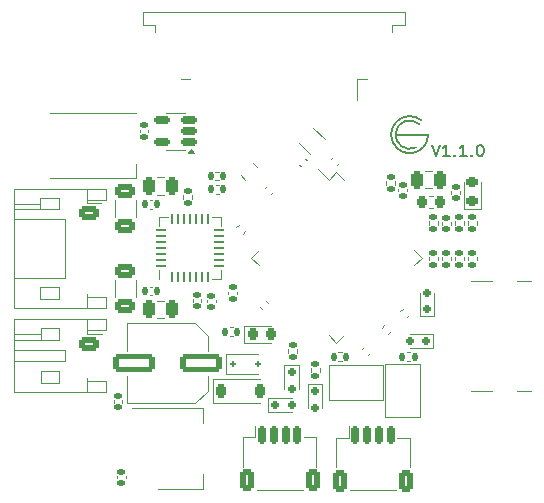
<source format=gbr>
%TF.GenerationSoftware,KiCad,Pcbnew,8.0.3*%
%TF.CreationDate,2024-10-19T15:47:34-04:00*%
%TF.ProjectId,Axis_Basic,41786973-5f42-4617-9369-632e6b696361,rev?*%
%TF.SameCoordinates,Original*%
%TF.FileFunction,Legend,Top*%
%TF.FilePolarity,Positive*%
%FSLAX46Y46*%
G04 Gerber Fmt 4.6, Leading zero omitted, Abs format (unit mm)*
G04 Created by KiCad (PCBNEW 8.0.3) date 2024-10-19 15:47:34*
%MOMM*%
%LPD*%
G01*
G04 APERTURE LIST*
G04 Aperture macros list*
%AMRoundRect*
0 Rectangle with rounded corners*
0 $1 Rounding radius*
0 $2 $3 $4 $5 $6 $7 $8 $9 X,Y pos of 4 corners*
0 Add a 4 corners polygon primitive as box body*
4,1,4,$2,$3,$4,$5,$6,$7,$8,$9,$2,$3,0*
0 Add four circle primitives for the rounded corners*
1,1,$1+$1,$2,$3*
1,1,$1+$1,$4,$5*
1,1,$1+$1,$6,$7*
1,1,$1+$1,$8,$9*
0 Add four rect primitives between the rounded corners*
20,1,$1+$1,$2,$3,$4,$5,0*
20,1,$1+$1,$4,$5,$6,$7,0*
20,1,$1+$1,$6,$7,$8,$9,0*
20,1,$1+$1,$8,$9,$2,$3,0*%
%AMRotRect*
0 Rectangle, with rotation*
0 The origin of the aperture is its center*
0 $1 length*
0 $2 width*
0 $3 Rotation angle, in degrees counterclockwise*
0 Add horizontal line*
21,1,$1,$2,0,0,$3*%
G04 Aperture macros list end*
%ADD10C,0.150000*%
%ADD11C,0.120000*%
%ADD12C,0.100000*%
%ADD13RoundRect,0.140000X-0.021213X0.219203X-0.219203X0.021213X0.021213X-0.219203X0.219203X-0.021213X0*%
%ADD14RoundRect,0.135000X-0.185000X0.135000X-0.185000X-0.135000X0.185000X-0.135000X0.185000X0.135000X0*%
%ADD15RoundRect,0.250000X-0.625000X0.350000X-0.625000X-0.350000X0.625000X-0.350000X0.625000X0.350000X0*%
%ADD16O,1.750000X1.200000*%
%ADD17RoundRect,0.140000X0.170000X-0.140000X0.170000X0.140000X-0.170000X0.140000X-0.170000X-0.140000X0*%
%ADD18RoundRect,0.150000X-0.150000X-0.625000X0.150000X-0.625000X0.150000X0.625000X-0.150000X0.625000X0*%
%ADD19RoundRect,0.250000X-0.350000X-0.650000X0.350000X-0.650000X0.350000X0.650000X-0.350000X0.650000X0*%
%ADD20RoundRect,0.150000X0.200000X-0.150000X0.200000X0.150000X-0.200000X0.150000X-0.200000X-0.150000X0*%
%ADD21RoundRect,0.135000X0.185000X-0.135000X0.185000X0.135000X-0.185000X0.135000X-0.185000X-0.135000X0*%
%ADD22R,0.750000X0.700000*%
%ADD23C,5.500000*%
%ADD24RoundRect,0.250000X0.625000X-0.312500X0.625000X0.312500X-0.625000X0.312500X-0.625000X-0.312500X0*%
%ADD25RoundRect,0.250000X0.250000X0.475000X-0.250000X0.475000X-0.250000X-0.475000X0.250000X-0.475000X0*%
%ADD26RoundRect,0.062500X0.062500X-0.337500X0.062500X0.337500X-0.062500X0.337500X-0.062500X-0.337500X0*%
%ADD27RoundRect,0.062500X0.337500X-0.062500X0.337500X0.062500X-0.337500X0.062500X-0.337500X-0.062500X0*%
%ADD28R,3.350000X3.350000*%
%ADD29R,0.610000X2.000000*%
%ADD30R,2.680000X3.600000*%
%ADD31RoundRect,0.140000X-0.170000X0.140000X-0.170000X-0.140000X0.170000X-0.140000X0.170000X0.140000X0*%
%ADD32RoundRect,0.150000X0.512500X0.150000X-0.512500X0.150000X-0.512500X-0.150000X0.512500X-0.150000X0*%
%ADD33RoundRect,0.135000X0.135000X0.185000X-0.135000X0.185000X-0.135000X-0.185000X0.135000X-0.185000X0*%
%ADD34RoundRect,0.140000X0.140000X0.170000X-0.140000X0.170000X-0.140000X-0.170000X0.140000X-0.170000X0*%
%ADD35RoundRect,0.218750X-0.218750X-0.256250X0.218750X-0.256250X0.218750X0.256250X-0.218750X0.256250X0*%
%ADD36R,2.000000X1.500000*%
%ADD37R,2.000000X3.800000*%
%ADD38RoundRect,0.135000X0.035355X-0.226274X0.226274X-0.035355X-0.035355X0.226274X-0.226274X0.035355X0*%
%ADD39RoundRect,0.250000X-0.250000X-0.475000X0.250000X-0.475000X0.250000X0.475000X-0.250000X0.475000X0*%
%ADD40RoundRect,0.150000X-0.150000X-0.200000X0.150000X-0.200000X0.150000X0.200000X-0.150000X0.200000X0*%
%ADD41RoundRect,0.250000X1.500000X0.550000X-1.500000X0.550000X-1.500000X-0.550000X1.500000X-0.550000X0*%
%ADD42RoundRect,0.225000X-0.225000X-0.375000X0.225000X-0.375000X0.225000X0.375000X-0.225000X0.375000X0*%
%ADD43RoundRect,0.140000X-0.219203X-0.021213X-0.021213X-0.219203X0.219203X0.021213X0.021213X0.219203X0*%
%ADD44RoundRect,0.218750X0.256250X-0.218750X0.256250X0.218750X-0.256250X0.218750X-0.256250X-0.218750X0*%
%ADD45R,0.700000X0.750000*%
%ADD46RoundRect,0.135000X-0.135000X-0.185000X0.135000X-0.185000X0.135000X0.185000X-0.135000X0.185000X0*%
%ADD47RoundRect,0.075000X-0.521491X0.415425X0.415425X-0.521491X0.521491X-0.415425X-0.415425X0.521491X0*%
%ADD48RoundRect,0.075000X-0.521491X-0.415425X-0.415425X-0.521491X0.521491X0.415425X0.415425X0.521491X0*%
%ADD49RoundRect,0.250000X0.512652X0.159099X0.159099X0.512652X-0.512652X-0.159099X-0.159099X-0.512652X0*%
%ADD50RoundRect,0.140000X0.021213X-0.219203X0.219203X-0.021213X-0.021213X0.219203X-0.219203X0.021213X0*%
%ADD51RoundRect,0.125000X-0.125000X-0.125000X0.125000X-0.125000X0.125000X0.125000X-0.125000X0.125000X0*%
%ADD52R,1.500000X0.900000*%
%ADD53RoundRect,0.135000X-0.035355X0.226274X-0.226274X0.035355X0.035355X-0.226274X0.226274X-0.035355X0*%
%ADD54C,0.650000*%
%ADD55R,1.150000X0.600000*%
%ADD56R,1.150000X0.300000*%
%ADD57O,2.100000X1.000000*%
%ADD58O,1.800000X1.000000*%
%ADD59RoundRect,0.150000X0.150000X0.200000X-0.150000X0.200000X-0.150000X-0.200000X0.150000X-0.200000X0*%
%ADD60RoundRect,0.250000X-0.625000X0.312500X-0.625000X-0.312500X0.625000X-0.312500X0.625000X0.312500X0*%
%ADD61RotRect,1.000000X1.800000X315.000000*%
%ADD62RoundRect,0.150000X-0.200000X0.150000X-0.200000X-0.150000X0.200000X-0.150000X0.200000X0.150000X0*%
G04 APERTURE END LIST*
D10*
X163162024Y-89600048D02*
X160399975Y-89600048D01*
X162138490Y-90677081D02*
G75*
G02*
X162400031Y-88699986I-538490J1077081D01*
G01*
X163162024Y-89600048D02*
G75*
G02*
X162599992Y-88400027I-1562024J48D01*
G01*
X163479322Y-90432419D02*
X163812655Y-91432419D01*
X163812655Y-91432419D02*
X164145988Y-90432419D01*
X165003131Y-91432419D02*
X164431703Y-91432419D01*
X164717417Y-91432419D02*
X164717417Y-90432419D01*
X164717417Y-90432419D02*
X164622179Y-90575276D01*
X164622179Y-90575276D02*
X164526941Y-90670514D01*
X164526941Y-90670514D02*
X164431703Y-90718133D01*
X165431703Y-91337180D02*
X165479322Y-91384800D01*
X165479322Y-91384800D02*
X165431703Y-91432419D01*
X165431703Y-91432419D02*
X165384084Y-91384800D01*
X165384084Y-91384800D02*
X165431703Y-91337180D01*
X165431703Y-91337180D02*
X165431703Y-91432419D01*
X166431702Y-91432419D02*
X165860274Y-91432419D01*
X166145988Y-91432419D02*
X166145988Y-90432419D01*
X166145988Y-90432419D02*
X166050750Y-90575276D01*
X166050750Y-90575276D02*
X165955512Y-90670514D01*
X165955512Y-90670514D02*
X165860274Y-90718133D01*
X166860274Y-91337180D02*
X166907893Y-91384800D01*
X166907893Y-91384800D02*
X166860274Y-91432419D01*
X166860274Y-91432419D02*
X166812655Y-91384800D01*
X166812655Y-91384800D02*
X166860274Y-91337180D01*
X166860274Y-91337180D02*
X166860274Y-91432419D01*
X167526940Y-90432419D02*
X167622178Y-90432419D01*
X167622178Y-90432419D02*
X167717416Y-90480038D01*
X167717416Y-90480038D02*
X167765035Y-90527657D01*
X167765035Y-90527657D02*
X167812654Y-90622895D01*
X167812654Y-90622895D02*
X167860273Y-90813371D01*
X167860273Y-90813371D02*
X167860273Y-91051466D01*
X167860273Y-91051466D02*
X167812654Y-91241942D01*
X167812654Y-91241942D02*
X167765035Y-91337180D01*
X167765035Y-91337180D02*
X167717416Y-91384800D01*
X167717416Y-91384800D02*
X167622178Y-91432419D01*
X167622178Y-91432419D02*
X167526940Y-91432419D01*
X167526940Y-91432419D02*
X167431702Y-91384800D01*
X167431702Y-91384800D02*
X167384083Y-91337180D01*
X167384083Y-91337180D02*
X167336464Y-91241942D01*
X167336464Y-91241942D02*
X167288845Y-91051466D01*
X167288845Y-91051466D02*
X167288845Y-90813371D01*
X167288845Y-90813371D02*
X167336464Y-90622895D01*
X167336464Y-90622895D02*
X167384083Y-90527657D01*
X167384083Y-90527657D02*
X167431702Y-90480038D01*
X167431702Y-90480038D02*
X167526940Y-90432419D01*
D11*
%TO.C,C8*%
X157721693Y-107569190D02*
X157569190Y-107721693D01*
X158230810Y-108078307D02*
X158078307Y-108230810D01*
%TO.C,R11*%
X151320000Y-107746359D02*
X151320000Y-108053641D01*
X152080000Y-107746359D02*
X152080000Y-108053641D01*
%TO.C,R7*%
X166520000Y-99946359D02*
X166520000Y-100253641D01*
X167280000Y-99946359D02*
X167280000Y-100253641D01*
%TO.C,J5*%
X128090000Y-105240000D02*
X128090000Y-111360000D01*
X128090000Y-107800000D02*
X132450000Y-107800000D01*
X128090000Y-111360000D02*
X135910000Y-111360000D01*
X130350000Y-106000000D02*
X130350000Y-107000000D01*
X130350000Y-106500000D02*
X128090000Y-106500000D01*
X130350000Y-107000000D02*
X128090000Y-107000000D01*
X130350000Y-107000000D02*
X131950000Y-107000000D01*
X130350000Y-109600000D02*
X131950000Y-109600000D01*
X130350000Y-110600000D02*
X130350000Y-109600000D01*
X131950000Y-106000000D02*
X130350000Y-106000000D01*
X131950000Y-107000000D02*
X131950000Y-106000000D01*
X131950000Y-109600000D02*
X131950000Y-110600000D01*
X131950000Y-110600000D02*
X130350000Y-110600000D01*
X132450000Y-107800000D02*
X132450000Y-108800000D01*
X132450000Y-108800000D02*
X128090000Y-108800000D01*
X134310000Y-105240000D02*
X134310000Y-106160000D01*
X134310000Y-106160000D02*
X135910000Y-106160000D01*
X134310000Y-106440000D02*
X134310000Y-106160000D01*
X134310000Y-106440000D02*
X135525000Y-106440000D01*
X134310000Y-110440000D02*
X134310000Y-110160000D01*
X134310000Y-111360000D02*
X134310000Y-110440000D01*
X135910000Y-105240000D02*
X128090000Y-105240000D01*
X135910000Y-106160000D02*
X135910000Y-105240000D01*
X135910000Y-110440000D02*
X134310000Y-110440000D01*
X135910000Y-111360000D02*
X135910000Y-110440000D01*
%TO.C,C1*%
X136540000Y-112307836D02*
X136540000Y-112092164D01*
X137260000Y-112307836D02*
X137260000Y-112092164D01*
%TO.C,J3*%
X155390000Y-115240000D02*
X156440000Y-115240000D01*
X155390000Y-117740000D02*
X155390000Y-115240000D01*
X156440000Y-115240000D02*
X156440000Y-114250000D01*
X156560000Y-119710000D02*
X160440000Y-119710000D01*
X161610000Y-115240000D02*
X160560000Y-115240000D01*
X161610000Y-117740000D02*
X161610000Y-115240000D01*
%TO.C,D4*%
X151000000Y-111100000D02*
X151000000Y-109140000D01*
X152200000Y-109140000D02*
X151000000Y-109140000D01*
X152200000Y-111100000D02*
X152200000Y-109140000D01*
%TO.C,R3*%
X163220000Y-100253641D02*
X163220000Y-99946359D01*
X163980000Y-100253641D02*
X163980000Y-99946359D01*
%TO.C,SW1*%
D12*
X159500000Y-113500000D02*
X162500000Y-113500000D01*
X162500000Y-109000000D01*
X159500000Y-109000000D01*
X159500000Y-113500000D01*
D11*
%TO.C,C9*%
X160640000Y-94407836D02*
X160640000Y-94192164D01*
X161360000Y-94407836D02*
X161360000Y-94192164D01*
%TO.C,R21*%
X136627470Y-96556476D02*
X136627470Y-95102348D01*
X138447470Y-96556476D02*
X138447470Y-95102348D01*
%TO.C,C18*%
X140761252Y-93215000D02*
X140238748Y-93215000D01*
X140761252Y-94685000D02*
X140238748Y-94685000D01*
%TO.C,R6*%
X159620000Y-93853641D02*
X159620000Y-93546359D01*
X160380000Y-93853641D02*
X160380000Y-93546359D01*
%TO.C,R16*%
X142420000Y-95053641D02*
X142420000Y-94746359D01*
X143180000Y-95053641D02*
X143180000Y-94746359D01*
%TO.C,U4*%
X140377500Y-96590000D02*
X141102500Y-96590000D01*
X140377500Y-97315000D02*
X140377500Y-96590000D01*
X140377500Y-101085000D02*
X140377500Y-101810000D01*
X145597500Y-96590000D02*
X144872500Y-96590000D01*
X145597500Y-97315000D02*
X145597500Y-96590000D01*
X145597500Y-101085000D02*
X145597500Y-101810000D01*
X145597500Y-101810000D02*
X144872500Y-101810000D01*
%TO.C,J6*%
X139030000Y-79240000D02*
X161170000Y-79240000D01*
X139030000Y-80350000D02*
X139030000Y-79240000D01*
X140055000Y-80350000D02*
X139030000Y-80350000D01*
X140055000Y-80890000D02*
X140055000Y-80350000D01*
X143035000Y-84860000D02*
X142210000Y-84860000D01*
X157165000Y-84860000D02*
X157165000Y-86660000D01*
X157990000Y-84860000D02*
X157165000Y-84860000D01*
X160145000Y-80350000D02*
X160145000Y-80890000D01*
X161170000Y-79240000D02*
X161170000Y-80350000D01*
X161170000Y-80350000D02*
X160145000Y-80350000D01*
%TO.C,C14*%
X146240000Y-102892164D02*
X146240000Y-103107836D01*
X146960000Y-102892164D02*
X146960000Y-103107836D01*
%TO.C,U5*%
X141800000Y-87740000D02*
X141000000Y-87740000D01*
X141800000Y-87740000D02*
X142600000Y-87740000D01*
X141800000Y-90860000D02*
X141000000Y-90860000D01*
X141800000Y-90860000D02*
X142600000Y-90860000D01*
X143340000Y-91140000D02*
X142860000Y-91140000D01*
X143100000Y-90810000D01*
X143340000Y-91140000D01*
G36*
X143340000Y-91140000D02*
G01*
X142860000Y-91140000D01*
X143100000Y-90810000D01*
X143340000Y-91140000D01*
G37*
%TO.C,J2*%
X128072353Y-94169412D02*
X128072353Y-104289412D01*
X128072353Y-96729412D02*
X132432353Y-96729412D01*
X128072353Y-104289412D02*
X135892353Y-104289412D01*
X130332353Y-94929412D02*
X130332353Y-95929412D01*
X130332353Y-95429412D02*
X128072353Y-95429412D01*
X130332353Y-95929412D02*
X128072353Y-95929412D01*
X130332353Y-95929412D02*
X131932353Y-95929412D01*
X130332353Y-102529412D02*
X131932353Y-102529412D01*
X130332353Y-103529412D02*
X130332353Y-102529412D01*
X131932353Y-94929412D02*
X130332353Y-94929412D01*
X131932353Y-95929412D02*
X131932353Y-94929412D01*
X131932353Y-102529412D02*
X131932353Y-103529412D01*
X131932353Y-103529412D02*
X130332353Y-103529412D01*
X132432353Y-96729412D02*
X132432353Y-101729412D01*
X132432353Y-101729412D02*
X128072353Y-101729412D01*
X134292353Y-94169412D02*
X134292353Y-95089412D01*
X134292353Y-95089412D02*
X135892353Y-95089412D01*
X134292353Y-95369412D02*
X134292353Y-95089412D01*
X134292353Y-95369412D02*
X135507353Y-95369412D01*
X134292353Y-103369412D02*
X134292353Y-103089412D01*
X134292353Y-104289412D02*
X134292353Y-103369412D01*
X135892353Y-94169412D02*
X128072353Y-94169412D01*
X135892353Y-95089412D02*
X135892353Y-94169412D01*
X135892353Y-103369412D02*
X134292353Y-103369412D01*
X135892353Y-104289412D02*
X135892353Y-103369412D01*
%TO.C,C4*%
X136840000Y-118492164D02*
X136840000Y-118707836D01*
X137560000Y-118492164D02*
X137560000Y-118707836D01*
%TO.C,R19*%
X146653641Y-105920000D02*
X146346359Y-105920000D01*
X146653641Y-106680000D02*
X146346359Y-106680000D01*
%TO.C,C17*%
X139807836Y-102490000D02*
X139592164Y-102490000D01*
X139807836Y-103210000D02*
X139592164Y-103210000D01*
%TO.C,L1*%
X163249721Y-94790000D02*
X163575279Y-94790000D01*
X163249721Y-95810000D02*
X163575279Y-95810000D01*
%TO.C,R13*%
X165420000Y-97253641D02*
X165420000Y-96946359D01*
X166180000Y-97253641D02*
X166180000Y-96946359D01*
%TO.C,U2*%
X138050000Y-112740000D02*
X144060000Y-112740000D01*
X140300000Y-119560000D02*
X144060000Y-119560000D01*
X144060000Y-112740000D02*
X144060000Y-114000000D01*
X144060000Y-119560000D02*
X144060000Y-118300000D01*
%TO.C,C2*%
X155121693Y-91469190D02*
X154969190Y-91621693D01*
X155630810Y-91978307D02*
X155478307Y-92130810D01*
%TO.C,R10*%
X159222659Y-105939940D02*
X159439940Y-105722659D01*
X159760060Y-106477341D02*
X159977341Y-106260060D01*
%TO.C,C5*%
X162938748Y-92665000D02*
X163461252Y-92665000D01*
X162938748Y-94135000D02*
X163461252Y-94135000D01*
%TO.C,R12*%
X153220000Y-109346359D02*
X153220000Y-109653641D01*
X153980000Y-109346359D02*
X153980000Y-109653641D01*
%TO.C,D7*%
X161600000Y-106500000D02*
X163560000Y-106500000D01*
X161600000Y-107700000D02*
X163560000Y-107700000D01*
X163560000Y-107700000D02*
X163560000Y-106500000D01*
%TO.C,C21*%
X137690000Y-105540000D02*
X137690000Y-107890000D01*
X137690000Y-112360000D02*
X137690000Y-110010000D01*
X143445563Y-105540000D02*
X137690000Y-105540000D01*
X143445563Y-112360000D02*
X137690000Y-112360000D01*
X144510000Y-106604437D02*
X143445563Y-105540000D01*
X144510000Y-106604437D02*
X144510000Y-107890000D01*
X144510000Y-111295563D02*
X143445563Y-112360000D01*
X144510000Y-111295563D02*
X144510000Y-110010000D01*
%TO.C,D9*%
X147615000Y-105765000D02*
X147615000Y-107235000D01*
X147615000Y-107235000D02*
X149900000Y-107235000D01*
X149900000Y-105765000D02*
X147615000Y-105765000D01*
%TO.C,C12*%
X164340000Y-96992164D02*
X164340000Y-97207836D01*
X165060000Y-96992164D02*
X165060000Y-97207836D01*
%TO.C,R2*%
X161653641Y-108020000D02*
X161346359Y-108020000D01*
X161653641Y-108780000D02*
X161346359Y-108780000D01*
%TO.C,J4*%
X147490000Y-115215000D02*
X148540000Y-115215000D01*
X147490000Y-117715000D02*
X147490000Y-115215000D01*
X148540000Y-115215000D02*
X148540000Y-114225000D01*
X148660000Y-119685000D02*
X152540000Y-119685000D01*
X153710000Y-115215000D02*
X152660000Y-115215000D01*
X153710000Y-117715000D02*
X153710000Y-115215000D01*
%TO.C,D2*%
X144940000Y-110300000D02*
X144940000Y-112300000D01*
X144940000Y-110300000D02*
X148950000Y-110300000D01*
X144940000Y-112300000D02*
X148950000Y-112300000D01*
%TO.C,C11*%
X148919190Y-104178307D02*
X149071693Y-104330810D01*
X149428307Y-103669190D02*
X149580810Y-103821693D01*
%TO.C,R14*%
X163220000Y-97253641D02*
X163220000Y-96946359D01*
X163980000Y-97253641D02*
X163980000Y-96946359D01*
%TO.C,D6*%
X166165000Y-93600000D02*
X166165000Y-95885000D01*
X166165000Y-95885000D02*
X167635000Y-95885000D01*
X167635000Y-95885000D02*
X167635000Y-93600000D01*
%TO.C,SW2*%
D12*
X159300000Y-112100000D02*
X154800000Y-112100000D01*
X154800000Y-109100000D01*
X159300000Y-109100000D01*
X159300000Y-112100000D01*
D11*
%TO.C,C20*%
X140761252Y-103665000D02*
X140238748Y-103665000D01*
X140761252Y-105135000D02*
X140238748Y-105135000D01*
%TO.C,C6*%
X165140000Y-94392164D02*
X165140000Y-94607836D01*
X165860000Y-94392164D02*
X165860000Y-94607836D01*
%TO.C,C15*%
X144440000Y-103807836D02*
X144440000Y-103592164D01*
X145160000Y-103807836D02*
X145160000Y-103592164D01*
%TO.C,D3*%
X153000000Y-112700000D02*
X153000000Y-110740000D01*
X154200000Y-110740000D02*
X153000000Y-110740000D01*
X154200000Y-112700000D02*
X154200000Y-110740000D01*
%TO.C,R4*%
X145146359Y-92720000D02*
X145453641Y-92720000D01*
X145146359Y-93480000D02*
X145453641Y-93480000D01*
%TO.C,U3*%
X148173369Y-100000000D02*
X148845120Y-99328249D01*
X148845120Y-100671751D02*
X148173369Y-100000000D01*
X154728249Y-93445120D02*
X153816081Y-92532952D01*
X154728249Y-106554880D02*
X155400000Y-107226631D01*
X155400000Y-92773369D02*
X154728249Y-93445120D01*
X155400000Y-107226631D02*
X156071751Y-106554880D01*
X156071751Y-93445120D02*
X155400000Y-92773369D01*
X161954880Y-99328249D02*
X162626631Y-100000000D01*
X162626631Y-100000000D02*
X161954880Y-100671751D01*
%TO.C,C19*%
X138740000Y-89192164D02*
X138740000Y-89407836D01*
X139460000Y-89192164D02*
X139460000Y-89407836D01*
%TO.C,R18*%
X166520000Y-96946359D02*
X166520000Y-97253641D01*
X167280000Y-96946359D02*
X167280000Y-97253641D01*
%TO.C,R17*%
X155863641Y-108020000D02*
X155556359Y-108020000D01*
X155863641Y-108780000D02*
X155556359Y-108780000D01*
%TO.C,C16*%
X139807836Y-95140000D02*
X139592164Y-95140000D01*
X139807836Y-95860000D02*
X139592164Y-95860000D01*
%TO.C,C7*%
X147665010Y-93404457D02*
X147295543Y-93034990D01*
X148704457Y-92365010D02*
X148334990Y-91995543D01*
%TO.C,C3*%
X152219190Y-92128307D02*
X152371693Y-92280810D01*
X152728307Y-91619190D02*
X152880810Y-91771693D01*
%TO.C,C13*%
X143240000Y-103542164D02*
X143240000Y-103757836D01*
X143960000Y-103542164D02*
X143960000Y-103757836D01*
%TO.C,C10*%
X149369190Y-94121693D02*
X149521693Y-93969190D01*
X149878307Y-94630810D02*
X150030810Y-94478307D01*
%TO.C,D1*%
X146090000Y-108150000D02*
X146090000Y-109850000D01*
X146090000Y-108150000D02*
X148750000Y-108150000D01*
X146090000Y-109850000D02*
X148750000Y-109850000D01*
%TO.C,D10*%
X131150000Y-87750000D02*
X138450000Y-87750000D01*
X131150000Y-93250000D02*
X138450000Y-93250000D01*
X138450000Y-93250000D02*
X138450000Y-92100000D01*
%TO.C,R5*%
X145468641Y-93860000D02*
X145161359Y-93860000D01*
X145468641Y-94620000D02*
X145161359Y-94620000D01*
%TO.C,R8*%
X165420000Y-100253641D02*
X165420000Y-99946359D01*
X166180000Y-100253641D02*
X166180000Y-99946359D01*
%TO.C,R15*%
X147139940Y-97222659D02*
X146922659Y-97439940D01*
X147677341Y-97760060D02*
X147460060Y-97977341D01*
%TO.C,J1*%
X168600000Y-101980000D02*
X166800000Y-101980000D01*
X168600000Y-111320000D02*
X166800000Y-111320000D01*
X170700000Y-101980000D02*
X171850000Y-101980000D01*
X170700000Y-111320000D02*
X171850000Y-111320000D01*
%TO.C,D5*%
X149640000Y-111900000D02*
X149640000Y-113100000D01*
X151600000Y-111900000D02*
X149640000Y-111900000D01*
X151600000Y-113100000D02*
X149640000Y-113100000D01*
%TO.C,R20*%
X136627470Y-101902348D02*
X136627470Y-103356476D01*
X138447470Y-101902348D02*
X138447470Y-103356476D01*
%TO.C,R9*%
X160822659Y-104539940D02*
X161039940Y-104322659D01*
X161360060Y-105077341D02*
X161577341Y-104860060D01*
%TO.C,Y1*%
X152203984Y-90291421D02*
X153158579Y-91246016D01*
X153441421Y-89053984D02*
X154396016Y-90008579D01*
%TO.C,R1*%
X164320000Y-99946359D02*
X164320000Y-100253641D01*
X165080000Y-99946359D02*
X165080000Y-100253641D01*
%TO.C,D8*%
X162500000Y-103000000D02*
X162500000Y-104960000D01*
X162500000Y-104960000D02*
X163700000Y-104960000D01*
X163700000Y-103000000D02*
X163700000Y-104960000D01*
%TD*%
%LPC*%
D13*
%TO.C,C8*%
X158239411Y-107560589D03*
X157560589Y-108239411D03*
%TD*%
D14*
%TO.C,R11*%
X151700000Y-107390000D03*
X151700000Y-108410000D03*
%TD*%
%TO.C,R7*%
X166900000Y-99590000D03*
X166900000Y-100610000D03*
%TD*%
D15*
%TO.C,J5*%
X134450000Y-107300000D03*
D16*
X134450000Y-109300000D03*
%TD*%
D17*
%TO.C,C1*%
X136900000Y-112680000D03*
X136900000Y-111720000D03*
%TD*%
D18*
%TO.C,J3*%
X157000000Y-115025000D03*
X158000000Y-115025000D03*
X159000000Y-115025000D03*
X160000000Y-115025000D03*
D19*
X155700000Y-118900000D03*
X161300000Y-118900000D03*
%TD*%
D20*
%TO.C,D4*%
X151600000Y-109700000D03*
X151600000Y-111100000D03*
%TD*%
D21*
%TO.C,R3*%
X163600000Y-100610000D03*
X163600000Y-99590000D03*
%TD*%
D22*
%TO.C,SW1*%
X160200000Y-112900000D03*
X160200000Y-109700000D03*
X161800000Y-112900000D03*
X161800000Y-109700000D03*
%TD*%
D23*
%TO.C,H1*%
X165500000Y-115500000D03*
%TD*%
D17*
%TO.C,C9*%
X161000000Y-94780000D03*
X161000000Y-93820000D03*
%TD*%
D24*
%TO.C,R21*%
X137537470Y-97291912D03*
X137537470Y-94366912D03*
%TD*%
D25*
%TO.C,C18*%
X141450000Y-93950000D03*
X139550000Y-93950000D03*
%TD*%
D21*
%TO.C,R6*%
X160000000Y-94210000D03*
X160000000Y-93190000D03*
%TD*%
%TO.C,R16*%
X142800000Y-95410000D03*
X142800000Y-94390000D03*
%TD*%
D26*
%TO.C,U4*%
X141487500Y-101650000D03*
X141987500Y-101650000D03*
X142487500Y-101650000D03*
X142987500Y-101650000D03*
X143487500Y-101650000D03*
X143987500Y-101650000D03*
X144487500Y-101650000D03*
D27*
X145437500Y-100700000D03*
X145437500Y-100200000D03*
X145437500Y-99700000D03*
X145437500Y-99200000D03*
X145437500Y-98700000D03*
X145437500Y-98200000D03*
X145437500Y-97700000D03*
D26*
X144487500Y-96750000D03*
X143987500Y-96750000D03*
X143487500Y-96750000D03*
X142987500Y-96750000D03*
X142487500Y-96750000D03*
X141987500Y-96750000D03*
X141487500Y-96750000D03*
D27*
X140537500Y-97700000D03*
X140537500Y-98200000D03*
X140537500Y-98700000D03*
X140537500Y-99200000D03*
X140537500Y-99700000D03*
X140537500Y-100200000D03*
X140537500Y-100700000D03*
D28*
X142987500Y-99200000D03*
%TD*%
D29*
%TO.C,J6*%
X156600000Y-85750000D03*
X155600000Y-85750000D03*
X154600000Y-85750000D03*
X153600000Y-85750000D03*
X152600000Y-85750000D03*
X151600000Y-85750000D03*
X150600000Y-85750000D03*
X149600000Y-85750000D03*
X148600000Y-85750000D03*
X147600000Y-85750000D03*
X146600000Y-85750000D03*
X145600000Y-85750000D03*
X144600000Y-85750000D03*
X143600000Y-85750000D03*
D30*
X159590000Y-82950000D03*
X140610000Y-82950000D03*
%TD*%
D31*
%TO.C,C14*%
X146600000Y-102520000D03*
X146600000Y-103480000D03*
%TD*%
D32*
%TO.C,U5*%
X142937500Y-90250000D03*
X142937500Y-89300000D03*
X142937500Y-88350000D03*
X140662500Y-88350000D03*
X140662500Y-90250000D03*
%TD*%
D15*
%TO.C,J2*%
X134432353Y-96229412D03*
D16*
X134432353Y-98229412D03*
X134432353Y-100229412D03*
X134432353Y-102229412D03*
%TD*%
D31*
%TO.C,C4*%
X137200000Y-118120000D03*
X137200000Y-119080000D03*
%TD*%
D33*
%TO.C,R19*%
X147010000Y-106300000D03*
X145990000Y-106300000D03*
%TD*%
D34*
%TO.C,C17*%
X140180000Y-102850000D03*
X139220000Y-102850000D03*
%TD*%
D35*
%TO.C,L1*%
X162625000Y-95300000D03*
X164200000Y-95300000D03*
%TD*%
D21*
%TO.C,R13*%
X165800000Y-97610000D03*
X165800000Y-96590000D03*
%TD*%
D36*
%TO.C,U2*%
X139000000Y-113850000D03*
X139000000Y-116150000D03*
D37*
X145300000Y-116150000D03*
D36*
X139000000Y-118450000D03*
%TD*%
D13*
%TO.C,C2*%
X155639411Y-91460589D03*
X154960589Y-92139411D03*
%TD*%
D38*
%TO.C,R10*%
X159239376Y-106460624D03*
X159960624Y-105739376D03*
%TD*%
D39*
%TO.C,C5*%
X162250000Y-93400000D03*
X164150000Y-93400000D03*
%TD*%
D14*
%TO.C,R12*%
X153600000Y-108990000D03*
X153600000Y-110010000D03*
%TD*%
D40*
%TO.C,D7*%
X163000000Y-107100000D03*
X161600000Y-107100000D03*
%TD*%
D23*
%TO.C,H4*%
X165500000Y-84500000D03*
%TD*%
D41*
%TO.C,C21*%
X143900000Y-108950000D03*
X138300000Y-108950000D03*
%TD*%
D35*
%TO.C,D9*%
X148312500Y-106500000D03*
X149887500Y-106500000D03*
%TD*%
D31*
%TO.C,C12*%
X164700000Y-96620000D03*
X164700000Y-97580000D03*
%TD*%
D33*
%TO.C,R2*%
X162010000Y-108400000D03*
X160990000Y-108400000D03*
%TD*%
D18*
%TO.C,J4*%
X149100000Y-115000000D03*
X150100000Y-115000000D03*
X151100000Y-115000000D03*
X152100000Y-115000000D03*
D19*
X147800000Y-118875000D03*
X153400000Y-118875000D03*
%TD*%
D42*
%TO.C,D2*%
X145650000Y-111300000D03*
X148950000Y-111300000D03*
%TD*%
D43*
%TO.C,C11*%
X148910589Y-103660589D03*
X149589411Y-104339411D03*
%TD*%
D21*
%TO.C,R14*%
X163600000Y-97610000D03*
X163600000Y-96590000D03*
%TD*%
D44*
%TO.C,D6*%
X166900000Y-95187500D03*
X166900000Y-93612500D03*
%TD*%
D45*
%TO.C,SW2*%
X158700000Y-111400000D03*
X155500000Y-111400000D03*
X158700000Y-109800000D03*
X155500000Y-109800000D03*
%TD*%
D25*
%TO.C,C20*%
X141450000Y-104400000D03*
X139550000Y-104400000D03*
%TD*%
D31*
%TO.C,C6*%
X165500000Y-94020000D03*
X165500000Y-94980000D03*
%TD*%
D17*
%TO.C,C15*%
X144800000Y-104180000D03*
X144800000Y-103220000D03*
%TD*%
D20*
%TO.C,D3*%
X153600000Y-111300000D03*
X153600000Y-112700000D03*
%TD*%
D46*
%TO.C,R4*%
X144790000Y-93100000D03*
X145810000Y-93100000D03*
%TD*%
D47*
%TO.C,U3*%
X154047658Y-93344357D03*
X153694105Y-93697911D03*
X153340551Y-94051464D03*
X152986998Y-94405018D03*
X152633445Y-94758571D03*
X152279891Y-95112124D03*
X151926338Y-95465678D03*
X151572785Y-95819231D03*
X151219231Y-96172785D03*
X150865678Y-96526338D03*
X150512124Y-96879891D03*
X150158571Y-97233445D03*
X149805018Y-97586998D03*
X149451464Y-97940551D03*
X149097911Y-98294105D03*
X148744357Y-98647658D03*
D48*
X148744357Y-101352342D03*
X149097911Y-101705895D03*
X149451464Y-102059449D03*
X149805018Y-102413002D03*
X150158571Y-102766555D03*
X150512124Y-103120109D03*
X150865678Y-103473662D03*
X151219231Y-103827215D03*
X151572785Y-104180769D03*
X151926338Y-104534322D03*
X152279891Y-104887876D03*
X152633445Y-105241429D03*
X152986998Y-105594982D03*
X153340551Y-105948536D03*
X153694105Y-106302089D03*
X154047658Y-106655643D03*
D47*
X156752342Y-106655643D03*
X157105895Y-106302089D03*
X157459449Y-105948536D03*
X157813002Y-105594982D03*
X158166555Y-105241429D03*
X158520109Y-104887876D03*
X158873662Y-104534322D03*
X159227215Y-104180769D03*
X159580769Y-103827215D03*
X159934322Y-103473662D03*
X160287876Y-103120109D03*
X160641429Y-102766555D03*
X160994982Y-102413002D03*
X161348536Y-102059449D03*
X161702089Y-101705895D03*
X162055643Y-101352342D03*
D48*
X162055643Y-98647658D03*
X161702089Y-98294105D03*
X161348536Y-97940551D03*
X160994982Y-97586998D03*
X160641429Y-97233445D03*
X160287876Y-96879891D03*
X159934322Y-96526338D03*
X159580769Y-96172785D03*
X159227215Y-95819231D03*
X158873662Y-95465678D03*
X158520109Y-95112124D03*
X158166555Y-94758571D03*
X157813002Y-94405018D03*
X157459449Y-94051464D03*
X157105895Y-93697911D03*
X156752342Y-93344357D03*
%TD*%
D31*
%TO.C,C19*%
X139100000Y-88820000D03*
X139100000Y-89780000D03*
%TD*%
D14*
%TO.C,R18*%
X166900000Y-96590000D03*
X166900000Y-97610000D03*
%TD*%
D33*
%TO.C,R17*%
X156220000Y-108400000D03*
X155200000Y-108400000D03*
%TD*%
D34*
%TO.C,C16*%
X140180000Y-95500000D03*
X139220000Y-95500000D03*
%TD*%
D49*
%TO.C,C7*%
X148671751Y-93371751D03*
X147328249Y-92028249D03*
%TD*%
D43*
%TO.C,C3*%
X152210589Y-91610589D03*
X152889411Y-92289411D03*
%TD*%
D31*
%TO.C,C13*%
X143600000Y-103170000D03*
X143600000Y-104130000D03*
%TD*%
D23*
%TO.C,H3*%
X134500000Y-84500000D03*
%TD*%
D50*
%TO.C,C10*%
X149360589Y-94639411D03*
X150039411Y-93960589D03*
%TD*%
D51*
%TO.C,D1*%
X146600000Y-109000000D03*
X148800000Y-109000000D03*
%TD*%
D52*
%TO.C,D10*%
X132350000Y-88850000D03*
X132350000Y-92150000D03*
X137250000Y-92150000D03*
X137250000Y-88850000D03*
%TD*%
D33*
%TO.C,R5*%
X145825000Y-94240000D03*
X144805000Y-94240000D03*
%TD*%
D21*
%TO.C,R8*%
X165800000Y-100610000D03*
X165800000Y-99590000D03*
%TD*%
D53*
%TO.C,R15*%
X147660624Y-97239376D03*
X146939376Y-97960624D03*
%TD*%
D54*
%TO.C,J1*%
X165995000Y-109540000D03*
X165995000Y-103760000D03*
D55*
X164920000Y-109850000D03*
X164920000Y-109050000D03*
D56*
X164920000Y-107900000D03*
X164920000Y-106900000D03*
X164920000Y-106400000D03*
X164920000Y-105400000D03*
D55*
X164920000Y-104250000D03*
X164920000Y-103450000D03*
X164920000Y-103450000D03*
X164920000Y-104250000D03*
D56*
X164920000Y-104900000D03*
X164920000Y-105900000D03*
X164920000Y-107400000D03*
X164920000Y-108400000D03*
D55*
X164920000Y-109050000D03*
X164920000Y-109850000D03*
D57*
X165495000Y-110970000D03*
D58*
X169675000Y-110970000D03*
D57*
X165495000Y-102330000D03*
D58*
X169675000Y-102330000D03*
%TD*%
D59*
%TO.C,D5*%
X150200000Y-112500000D03*
X151600000Y-112500000D03*
%TD*%
D60*
%TO.C,R20*%
X137537470Y-101166912D03*
X137537470Y-104091912D03*
%TD*%
D38*
%TO.C,R9*%
X160839376Y-105060624D03*
X161560624Y-104339376D03*
%TD*%
D23*
%TO.C,H2*%
X134500000Y-115500000D03*
%TD*%
D61*
%TO.C,Y1*%
X154183883Y-91033883D03*
X152416117Y-89266117D03*
%TD*%
D14*
%TO.C,R1*%
X164700000Y-99590000D03*
X164700000Y-100610000D03*
%TD*%
D62*
%TO.C,D8*%
X163100000Y-104400000D03*
X163100000Y-103000000D03*
%TD*%
%LPD*%
M02*

</source>
